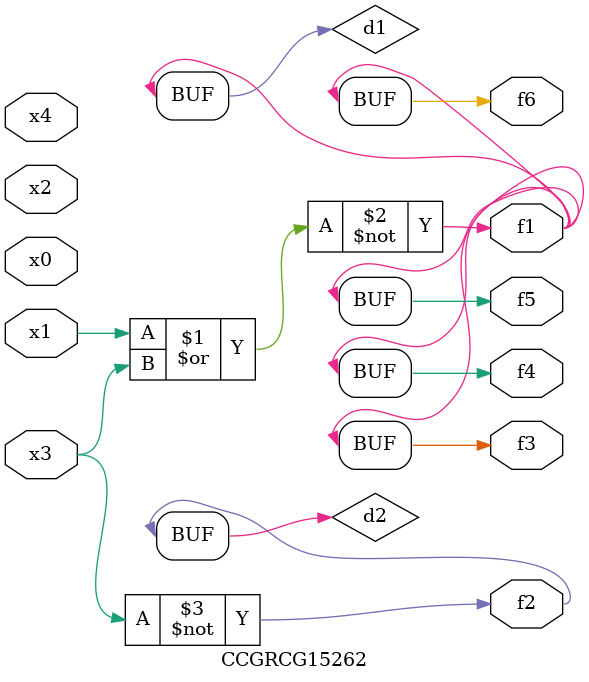
<source format=v>
module CCGRCG15262(
	input x0, x1, x2, x3, x4,
	output f1, f2, f3, f4, f5, f6
);

	wire d1, d2;

	nor (d1, x1, x3);
	not (d2, x3);
	assign f1 = d1;
	assign f2 = d2;
	assign f3 = d1;
	assign f4 = d1;
	assign f5 = d1;
	assign f6 = d1;
endmodule

</source>
